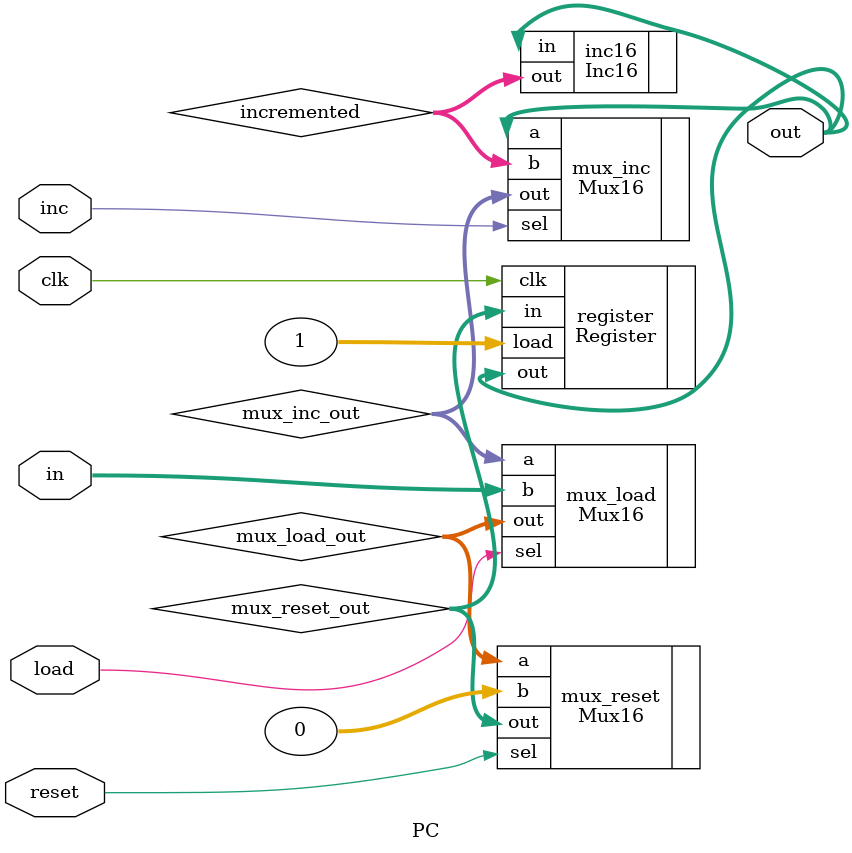
<source format=sv>
module PC(
	input logic clk,
	input logic [15:0] in,
	input logic inc,
	input logic load,
	input logic reset,
	output logic [15:0] out
);
	logic [15:0] incremented;
	Inc16 inc16(
		.in(out),
		.out(incremented)
	);

	logic [15:0] mux_inc_out;
	Mux16 mux_inc(
		.a(out),
		.b(incremented),
		.sel(inc),
		.out(mux_inc_out)
	);

	logic [15:0] mux_load_out;
	Mux16 mux_load(
		.a(mux_inc_out),
		.b(in),
		.sel(load),
		.out(mux_load_out)
	);

	logic [15:0] mux_reset_out;
	Mux16 mux_reset(
		.a(mux_load_out),
		.b(0),
		.sel(reset),
		.out(mux_reset_out)
	);

	Register register(
		.clk(clk),
		.in(mux_reset_out),
		.load(1),
		.out(out)
	);
endmodule

</source>
